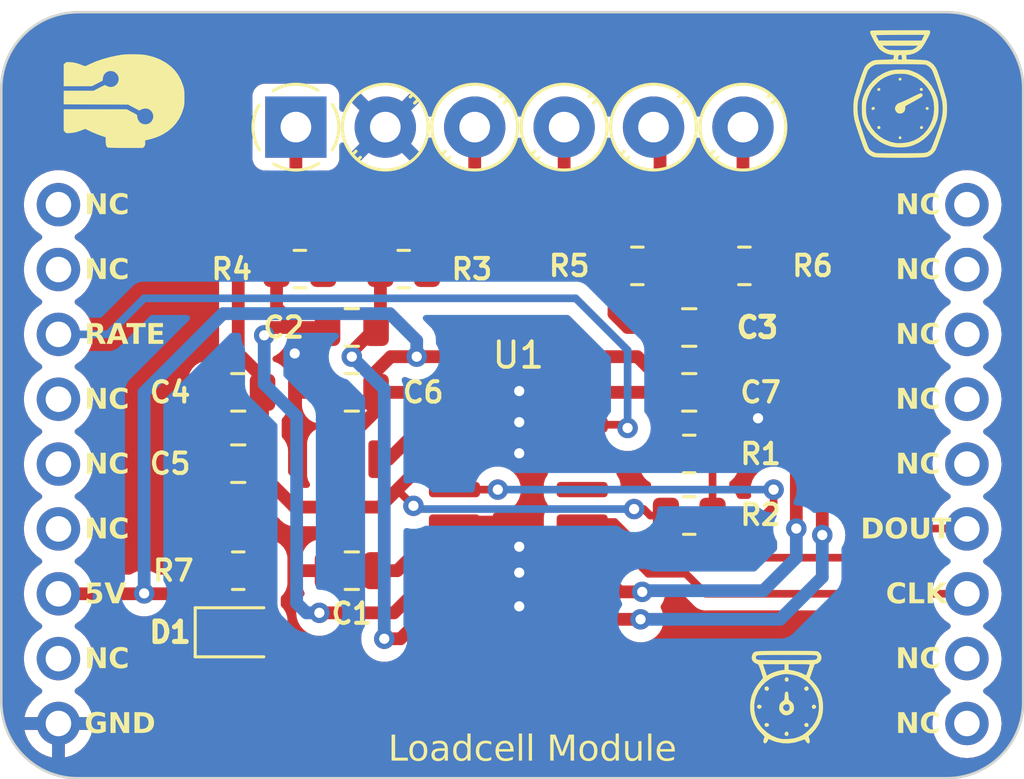
<source format=kicad_pcb>
(kicad_pcb (version 20221018) (generator pcbnew)
  (layers (0 "F.Cu" signal) (31 "B.Cu" signal) (34 "B.Paste" user) (35 "F.Paste" user) (36 "B.SilkS" user "B.Silkscreen") (37 "F.SilkS" user "F.Silkscreen") (38 "B.Mask" user) (39 "F.Mask" user) (44 "Edge.Cuts" user))
  (net 0 "")
  (net 1 "Net-(U1-VBG)")
  (net 2 "GND")
  (net 3 "INA-")
  (net 4 "INA+")
  (net 5 "INB+")
  (net 6 "INB-")
  (net 7 "EX+")
  (net 8 "+5V")
  (net 9 "Net-(J1-Pin_3)")
  (net 10 "Net-(J1-Pin_4)")
  (net 11 "Net-(J1-Pin_5)")
  (net 12 "Net-(J1-Pin_6)")
  (net 13 "Net-(Q1-B)")
  (net 14 "Net-(U1-VFB)")
  (net 15 "CLK")
  (net 16 "DOUT")
  (net 18 "RATE")
  (net 32 "Net-(D1-A)")
  (footprint "Resistor_SMD:R_0805_2012Metric" (layer "F.Cu") (at 139.192 95.631)
    (fp_text reference "R5" (at -2.667 0) (layer "F.SilkS") (effects (font (size 0.8 0.8) (thickness 0.16) bold)))
    (fp_text value "100r" hide)
    (pad "1" smd roundrect (at -0.9125 0) (size 1.025 1.4) (layers "F.Cu" "F.Paste" "F.Mask") (roundrect_rratio 0.243902) (net 5 "INB+"))
    (pad "2" smd roundrect (at 0.9125 0) (size 1.025 1.4) (layers "F.Cu" "F.Paste" "F.Mask") (roundrect_rratio 0.243902) (net 11 "Net-(J1-Pin_5)"))
  )
  (footprint "memin:loadcella2" (layer "F.Cu") (at 145.034 112.522)
    (fp_text reference "G***" hide)
    (fp_text value "LOGO" hide)
  )
  (footprint "Capacitor_SMD:C_0805_2012Metric" (layer "F.Cu") (at 141.224 98.044)
    (fp_text reference "C3" (at 2.667 0) (layer "F.SilkS") (effects (font (size 0.8 0.8) (thickness 0.2) bold)))
    (fp_text value "0.1uF" hide)
    (pad "1" smd roundrect (at -0.95 0) (size 1 1.45) (layers "F.Cu" "F.Paste" "F.Mask") (net 5 "INB+"))
    (pad "2" smd roundrect (at 0.95 0) (size 1 1.45) (layers "F.Cu" "F.Paste" "F.Mask") (net 6 "INB-"))
  )
  (footprint "Resistor_SMD:R_0805_2012Metric" (layer "F.Cu") (at 141.224 105.41)
    (fp_text reference "R2" (at 2.794 -0.029) (layer "F.SilkS") (effects (font (size 0.8 0.8) (thickness 0.16) bold)))
    (fp_text value "20k" hide)
    (pad "1" smd roundrect (at -0.9125 0) (size 1.025 1.4) (layers "F.Cu" "F.Paste" "F.Mask") (roundrect_rratio 0.243902) (net 7 "EX+"))
    (pad "2" smd roundrect (at 0.9125 0) (size 1.025 1.4) (layers "F.Cu" "F.Paste" "F.Mask") (roundrect_rratio 0.243902) (net 14 "Net-(U1-VFB)"))
  )
  (footprint "Capacitor_SMD:C_0805_2012Metric" (layer "F.Cu") (at 128.016 98.044)
    (fp_text reference "C2" (at -2.667 0) (layer "F.SilkS") (effects (font (size 0.8 0.8) (thickness 0.16) bold)))
    (fp_text value "0.1uF" hide)
    (pad "1" smd roundrect (at -0.95 0) (size 1 1.45) (layers "F.Cu" "F.Paste" "F.Mask") (net 3 "INA-"))
    (pad "2" smd roundrect (at 0.95 0) (size 1 1.45) (layers "F.Cu" "F.Paste" "F.Mask") (net 4 "INA+"))
  )
  (footprint "Capacitor_SMD:C_0805_2012Metric" (layer "F.Cu") (at 128.016 100.584 180)
    (fp_text reference "C6" (at -2.794 0) (layer "F.SilkS") (effects (font (size 0.8 0.8) (thickness 0.16) bold)))
    (fp_text value "10uF" hide)
    (pad "1" smd roundrect (at -0.95 0 180) (size 1 1.45) (layers "F.Cu" "F.Paste" "F.Mask") (net 8 "+5V"))
    (pad "2" smd roundrect (at 0.95 0 180) (size 1 1.45) (layers "F.Cu" "F.Paste" "F.Mask") (net 2 "GND"))
  )
  (footprint "Resistor_SMD:R_0805_2012Metric" (layer "F.Cu") (at 143.383 95.631)
    (fp_text reference "R6" (at 2.667 0) (layer "F.SilkS") (effects (font (size 0.8 0.8) (thickness 0.16) bold)))
    (fp_text value "100r" hide)
    (pad "1" smd roundrect (at -0.9125 0) (size 1.025 1.4) (layers "F.Cu" "F.Paste" "F.Mask") (roundrect_rratio 0.243902) (net 6 "INB-"))
    (pad "2" smd roundrect (at 0.9125 0) (size 1.025 1.4) (layers "F.Cu" "F.Paste" "F.Mask") (roundrect_rratio 0.243902) (net 12 "Net-(J1-Pin_6)"))
  )
  (footprint "LED_SMD:LED_0805_2012Metric" (layer "F.Cu") (at 123.571 109.982)
    (fp_text reference "D1" (at -2.667 0) (layer "F.SilkS") (effects (font (size 0.8 0.8) (thickness 0.2) bold)))
    (fp_text value "LED" hide)
    (pad "1" smd roundrect (at -0.9375 0) (size 0.975 1.4) (layers "F.Cu" "F.Paste" "F.Mask") (net 2 "GND"))
    (pad "2" smd roundrect (at 0.9375 0) (size 0.975 1.4) (layers "F.Cu" "F.Paste" "F.Mask") (net 32 "Net-(D1-A)"))
  )
  (footprint "Package_SO:SOP-16_3.9x9.9mm_P1.27mm" (layer "F.Cu") (at 134.533 105.029)
    (fp_text reference "U1" (at 0 -5.9) (layer "F.SilkS"))
    (fp_text value "HX711" hide)
    (pad "1" smd roundrect (at -2.5 -4.445) (size 2 0.6) (layers "F.Cu" "F.Paste" "F.Mask") (net 8 "+5V"))
    (pad "2" smd roundrect (at -2.5 -3.175) (size 2 0.6) (layers "F.Cu" "F.Paste" "F.Mask") (net 13 "Net-(Q1-B)"))
    (pad "3" smd roundrect (at -2.5 -1.905) (size 2 0.6) (layers "F.Cu" "F.Paste" "F.Mask") (net 7 "EX+"))
    (pad "4" smd roundrect (at -2.5 -0.635) (size 2 0.6) (layers "F.Cu" "F.Paste" "F.Mask") (net 14 "Net-(U1-VFB)"))
    (pad "5" smd roundrect (at -2.5 0.635) (size 2 0.6) (layers "F.Cu" "F.Paste" "F.Mask") (net 2 "GND"))
    (pad "6" smd roundrect (at -2.5 1.905) (size 2 0.6) (layers "F.Cu" "F.Paste" "F.Mask") (net 1 "Net-(U1-VBG)"))
    (pad "7" smd roundrect (at -2.5 3.175) (size 2 0.6) (layers "F.Cu" "F.Paste" "F.Mask") (net 3 "INA-"))
    (pad "8" smd roundrect (at -2.5 4.445) (size 2 0.6) (layers "F.Cu" "F.Paste" "F.Mask") (net 4 "INA+"))
    (pad "9" smd roundrect (at 2.5 4.445) (size 2 0.6) (layers "F.Cu" "F.Paste" "F.Mask") (net 6 "INB-"))
    (pad "10" smd roundrect (at 2.5 3.175) (size 2 0.6) (layers "F.Cu" "F.Paste" "F.Mask") (net 5 "INB+"))
    (pad "11" smd roundrect (at 2.5 1.905) (size 2 0.6) (layers "F.Cu" "F.Paste" "F.Mask") (net 15 "CLK"))
    (pad "12" smd roundrect (at 2.5 0.635) (size 2 0.6) (layers "F.Cu" "F.Paste" "F.Mask") (net 16 "DOUT"))
    (pad "13" smd roundrect (at 2.5 -0.635) (size 2 0.6) (layers "F.Cu" "F.Paste" "F.Mask"))
    (pad "14" smd roundrect (at 2.5 -1.905) (size 2 0.6) (layers "F.Cu" "F.Paste" "F.Mask") (net 2 "GND"))
    (pad "15" smd roundrect (at 2.5 -3.175) (size 2 0.6) (layers "F.Cu" "F.Paste" "F.Mask") (net 18 "RATE"))
    (pad "16" smd roundrect (at 2.5 -4.445) (size 2 0.6) (layers "F.Cu" "F.Paste" "F.Mask") (net 8 "+5V"))
  )
  (footprint "TerminalBlock_Phoenix:TerminalBlock_Phoenix_PT-1,5-6-3.5-H_1x06_P3.50mm_Horizontal" (layer "F.Cu") (at 125.827 90.1954)
    (fp_text reference "J1" hide)
    (fp_text value "Screw_Terminal_01x06" hide)
    (pad "1" thru_hole rect (at 0 0) (size 2.4 2.4) (drill 1.2) (layers "*.Cu" "*.Mask") (net 7 "EX+"))
    (pad "2" thru_hole circle (at 3.5 0) (size 2.4 2.4) (drill 1.2) (layers "*.Cu" "*.Mask") (net 2 "GND"))
    (pad "3" thru_hole circle (at 7 0) (size 2.4 2.4) (drill 1.2) (layers "*.Cu" "*.Mask") (net 9 "Net-(J1-Pin_3)"))
    (pad "4" thru_hole circle (at 10.5 0) (size 2.4 2.4) (drill 1.2) (layers "*.Cu" "*.Mask") (net 10 "Net-(J1-Pin_4)"))
    (pad "5" thru_hole circle (at 14 0) (size 2.4 2.4) (drill 1.2) (layers "*.Cu" "*.Mask") (net 11 "Net-(J1-Pin_5)"))
    (pad "6" thru_hole circle (at 17.5 0) (size 2.4 2.4) (drill 1.2) (layers "*.Cu" "*.Mask") (net 12 "Net-(J1-Pin_6)"))
  )
  (footprint "Resistor_SMD:R_0805_2012Metric" (layer "F.Cu") (at 125.984 95.758)
    (fp_text reference "R4" (at -2.667 0) (layer "F.SilkS") (effects (font (size 0.8 0.8) (thickness 0.16) bold)))
    (fp_text value "100r" hide)
    (pad "1" smd roundrect (at -0.9125 0) (size 1.025 1.4) (layers "F.Cu" "F.Paste" "F.Mask") (roundrect_rratio 0.243902) (net 3 "INA-"))
    (pad "2" smd roundrect (at 0.9125 0) (size 1.025 1.4) (layers "F.Cu" "F.Paste" "F.Mask") (roundrect_rratio 0.243902) (net 9 "Net-(J1-Pin_3)"))
  )
  (footprint "Resistor_SMD:R_0805_2012Metric" (layer "F.Cu") (at 141.224 102.997)
    (fp_text reference "R1" (at 2.794 0) (layer "F.SilkS") (effects (font (size 0.8 0.8) (thickness 0.16) bold)))
    (fp_text value "8.2k" hide)
    (pad "1" smd roundrect (at -0.9125 0) (size 1.025 1.4) (layers "F.Cu" "F.Paste" "F.Mask") (roundrect_rratio 0.243902) (net 2 "GND"))
    (pad "2" smd roundrect (at 0.9125 0) (size 1.025 1.4) (layers "F.Cu" "F.Paste" "F.Mask") (roundrect_rratio 0.243902) (net 14 "Net-(U1-VFB)"))
  )
  (footprint "Moduler_:pin_header" (layer "F.Cu") (at 134.058877 103.90152)
    (fp_text reference "U2" hide)
    (fp_text value "~" hide)
    (fp_text user "NC" (at 15.24 7.62 unlocked) (layer "F.SilkS") (effects (font (size 0.8 0.8) (thickness 0.2) bold) (justify left bottom)))
    (fp_text user "DOUT" (at 13.8684 2.54 unlocked) (layer "F.SilkS") (effects (font (size 0.8 0.8) (thickness 0.2) bold) (justify left bottom)))
    (fp_text user "NC" (at -16.51 -10.16 unlocked) (layer "F.SilkS") (effects (font (size 0.8 0.8) (thickness 0.2) bold) (justify left bottom)))
    (fp_text user "NC" (at -16.51 -7.62 unlocked) (layer "F.SilkS") (effects (font (size 0.8 0.8) (thickness 0.2) bold) (justify left bottom)))
    (fp_text user "NC" (at 15.24 -7.62 unlocked) (layer "F.SilkS") (effects (font (size 0.8 0.8) (thickness 0.2) bold) (justify left bottom)))
    (fp_text user "NC" (at -16.51 7.62 unlocked) (layer "F.SilkS") (effects (font (size 0.8 0.8) (thickness 0.2) bold) (justify left bottom)))
    (fp_text user "NC" (at 15.24 -10.16 unlocked) (layer "F.SilkS") (effects (font (size 0.8 0.8) (thickness 0.2) bold) (justify left bottom)))
    (fp_text user "NC" (at 15.24 0 unlocked) (layer "F.SilkS") (effects (font (size 0.8 0.8) (thickness 0.2) bold) (justify left bottom)))
    (fp_text user "NC" (at 15.24 -2.54 unlocked) (layer "F.SilkS") (effects (font (size 0.8 0.8) (thickness 0.2) bold) (justify left bottom)))
    (fp_text user "RATE" (at -16.51 -5.08 unlocked) (layer "F.SilkS") (effects (font (size 0.8 0.8) (thickness 0.2) bold) (justify left bottom)))
    (fp_text user "NC" (at -16.51 -2.54 unlocked) (layer "F.SilkS") (effects (font (size 0.8 0.8) (thickness 0.2) bold) (justify left bottom)))
    (fp_text user "5V" (at -16.51 5.08 unlocked) (layer "F.SilkS") (effects (font (size 0.8 0.8) (thickness 0.2) bold) (justify left bottom)))
    (fp_text user "NC" (at -16.51 2.54 unlocked) (layer "F.SilkS") (effects (font (size 0.8 0.8) (thickness 0.2) bold) (justify left bottom)))
    (fp_text user "CLK" (at 14.859 5.08 unlocked) (layer "F.SilkS") (effects (font (size 0.8 0.8) (thickness 0.2) bold) (justify left bottom)))
    (fp_text user "GND" (at -16.51 10.16 unlocked) (layer "F.SilkS") (effects (font (size 0.8 0.8) (thickness 0.2) bold) (justify left bottom)))
    (fp_text user "Loadcell Module" (at -4.6228 11.2776 unlocked) (layer "F.SilkS") (effects (font (thickness 0.1)) (justify left bottom)))
    (fp_text user "NC" (at 15.24 10.16 unlocked) (layer "F.SilkS") (effects (font (size 0.8 0.8) (thickness 0.2) bold) (justify left bottom)))
    (fp_text user "NC" (at 15.24 -5.08 unlocked) (layer "F.SilkS") (effects (font (size 0.8 0.8) (thickness 0.2) bold) (justify left bottom)))
    (fp_text user "NC" (at -16.51 0 unlocked) (layer "F.SilkS") (effects (font (size 0.8 0.8) (thickness 0.2) bold) (justify left bottom)))
    (fp_poly (pts (xy -19.759475 -15.361112) (xy -19.747896 -15.5134) (xy -19.728827 -15.663474) (xy -19.702457 -15.811146) (xy -19.668975 -15.956226) (xy -19.628568 -16.098527) (xy -19.581426 -16.23786) (xy -19.527736 -16.374037) (xy -19.467687 -16.506869) (xy -19.401468 -16.636168) (xy -19.329267 -16.761745) (xy -19.251272 -16.883413) (xy -19.167671 -17.000982) (xy -19.078654 -17.114264) (xy -18.984408 -17.223072) (xy -18.885122 -17.327215) (xy -18.780984 -17.426507) (xy -18.672182 -17.520758) (xy -18.558906 -17.609781) (xy -18.441343 -17.693386) (xy -18.319683 -17.771386) (xy -18.194112 -17.843591) (xy -18.06482 -17.909814) (xy -17.931995 -17.969866) (xy -17.795826 -18.023559) (xy -17.6565 -18.070704) (xy -17.514207 -18.111113) (xy -17.369134 -18.144597) (xy -17.221471 -18.170968) (xy -17.071405 -18.190038) (xy -16.919125 -18.201619) (xy -16.764819 -18.20552) (xy 17.238832 -18.20552) (xy 17.393137 -18.201619) (xy 17.545417 -18.190038) (xy 17.695483 -18.170968) (xy 17.843146 -18.144597) (xy 17.988219 -18.111113) (xy 18.130512 -18.070704) (xy 18.269837 -18.023559) (xy 18.406006 -17.969866) (xy 18.538831 -17.909814) (xy 18.668123 -17.843591) (xy 18.793694 -17.771386) (xy 18.915355 -17.693386) (xy 19.032917 -17.609781) (xy 19.146194 -17.520758) (xy 19.254995 -17.426507) (xy 19.359133 -17.327215) (xy 19.458419 -17.223072) (xy 19.552665 -17.114264) (xy 19.641683 -17.000982) (xy 19.725284 -16.883413) (xy 19.803279 -16.761745) (xy 19.87548 -16.636168) (xy 19.9417 -16.506869) (xy 20.001748 -16.374037) (xy 20.055438 -16.23786) (xy 20.102581 -16.098527) (xy 20.142987 -15.956226) (xy 20.17647 -15.811146) (xy 20.20284 -15.663474) (xy 20.221909 -15.5134) (xy 20.233488 -15.361112) (xy 20.23739 -15.206798) (xy 20.23739 8.797094) (xy 20.233488 8.951408) (xy 20.221909 9.103696) (xy 20.20284 9.25377) (xy 20.17647 9.401441) (xy 20.142987 9.546522) (xy 20.102581 9.688822) (xy 20.055438 9.828155) (xy 20.001748 9.964332) (xy 19.9417 10.097164) (xy 19.87548 10.226463) (xy 19.803279 10.352041) (xy 19.725284 10.473708) (xy 19.641683 10.591278) (xy 19.552665 10.70456) (xy 19.458419 10.813367) (xy 19.359133 10.917511) (xy 19.254995 11.016803) (xy 19.146194 11.111054) (xy 19.032917 11.200077) (xy 18.915355 11.283682) (xy 18.793694 11.361681) (xy 18.668123 11.433887) (xy 18.538831 11.50011) (xy 18.406006 11.560162) (xy 18.269837 11.613855) (xy 18.130512 11.661) (xy 17.988219 11.701409) (xy 17.843146 11.734893) (xy 17.695483 11.761265) (xy 17.545417 11.780334) (xy 17.393137 11.791915) (xy 17.238832 11.795817) (xy -16.764819 11.795817) (xy -16.919125 11.791915) (xy -17.071405 11.780334) (xy -17.221471 11.761265) (xy -17.369134 11.734893) (xy -17.514207 11.701409) (xy -17.6565 11.661) (xy -17.795826 11.613855) (xy -17.931995 11.560162) (xy -18.06482 11.50011) (xy -18.194112 11.433887) (xy -18.319683 11.361681) (xy -18.441343 11.283682) (xy -18.558906 11.200077) (xy -18.672182 11.111054) (xy -18.780984 11.016803) (xy -18.885122 10.917511) (xy -18.984408 10.813367) (xy -19.078654 10.70456) (xy -19.167671 10.591278) (xy -19.251272 10.473708) (xy -19.329267 10.352041) (xy -19.401468 10.226463) (xy -19.467687 10.097164) (xy -19.527736 9.964332) (xy -19.581426 9.828155) (xy -19.628568 9.688822) (xy -19.668975 9.546522) (xy -19.702457 9.401441) (xy -19.728827 9.25377) (xy -19.747896 9.103696) (xy -19.759475 8.951408) (xy -19.763377 8.797094) (xy -19.763377 -15.206798)) (stroke (width 0.1)) (fill none) (layer "Edge.Cuts"))
    (pad "1" thru_hole oval (at -17.526 -10.668) (size 1.7 1.7) (drill 1) (layers "*.Cu" "*.Mask"))
    (pad "2" thru_hole oval (at -17.526 -8.128) (size 1.7 1.7) (drill 1) (layers "*.Cu" "*.Mask"))
    (pad "3" thru_hole oval (at -17.526 -5.588) (size 1.7 1.7) (drill 1) (layers "*.Cu" "*.Mask") (net 18 "RATE"))
    (pad "4" thru_hole oval (at -17.526 -3.048) (size 1.7 1.7) (drill 1) (layers "*.Cu" "*.Mask"))
    (pad "5" thru_hole oval (at -17.526 -0.508) (size 1.7 1.7) (drill 1) (layers "*.Cu" "*.Mask"))
    (pad "6" thru_hole oval (at -17.526 2.032) (size 1.7 1.7) (drill 1) (layers "*.Cu" "*.Mask"))
    (pad "7" thru_hole oval (at -17.526 4.572) (size 1.7 1.7) (drill 1) (layers "*.Cu" "*.Mask") (net 8 "+5V"))
    (pad "8" thru_hole oval (at -17.526 7.112) (size 1.7 1.7) (drill 1) (layers "*.Cu" "*.Mask"))
    (pad "9" thru_hole oval (at -17.526 9.652) (size 1.7 1.7) (drill 1) (layers "*.Cu" "*.Mask") (net 2 "GND"))
    (pad "10" thru_hole oval (at 18.034 9.652) (size 1.7 1.7) (drill 1) (layers "*.Cu" "*.Mask"))
    (pad "11" thru_hole oval (at 18.034 7.112) (size 1.7 1.7) (drill 1) (layers "*.Cu" "*.Mask"))
    (pad "12" thru_hole oval (at 18.034 4.572) (size 1.7 1.7) (drill 1) (layers "*.Cu" "*.Mask") (net 15 "CLK"))
    (pad "13" thru_hole oval (at 18.034 2.032) (size 1.7 1.7) (drill 1) (layers "*.Cu" "*.Mask") (net 16 "DOUT"))
    (pad "14" thru_hole oval (at 18.034 -0.508) (size 1.7 1.7) (drill 1) (layers "*.Cu" "*.Mask"))
    (pad "15" thru_hole oval (at 18.034 -3.048) (size 1.7 1.7) (drill 1) (layers "*.Cu" "*.Mask"))
    (pad "16" thru_hole oval (at 18.034 -5.588) (size 1.7 1.7) (drill 1) (layers "*.Cu" "*.Mask"))
    (pad "17" thru_hole oval (at 18.034 -8.128) (size 1.7 1.7) (drill 1) (layers "*.Cu" "*.Mask"))
    (pad "18" thru_hole oval (at 18.034 -10.668) (size 1.7 1.7) (drill 1) (layers "*.Cu" "*.Mask"))
  )
  (footprint "Capacitor_SMD:C_0805_2012Metric" (layer "F.Cu") (at 128.016 107.569 180)
    (fp_text reference "C1" (at 0 -1.68) (layer "F.SilkS") (effects (font (size 0.8 0.8) (thickness 0.16) bold)))
    (fp_text value "C" hide)
    (pad "1" smd roundrect (at -0.95 0 180) (size 1 1.45) (layers "F.Cu" "F.Paste" "F.Mask") (net 1 "Net-(U1-VBG)"))
    (pad "2" smd roundrect (at 0.95 0 180) (size 1 1.45) (layers "F.Cu" "F.Paste" "F.Mask") (net 2 "GND"))
  )
  (footprint "Resistor_SMD:R_0805_2012Metric" (layer "F.Cu") (at 123.571 107.569)
    (fp_text reference "R7" (at -2.54 0) (layer "F.SilkS") (effects (font (size 0.8 0.8) (thickness 0.16) bold)))
    (fp_text value "1k" hide)
    (pad "1" smd roundrect (at -0.9125 0) (size 1.025 1.4) (layers "F.Cu" "F.Paste" "F.Mask") (roundrect_rratio 0.243902) (net 8 "+5V"))
    (pad "2" smd roundrect (at 0.9125 0) (size 1.025 1.4) (layers "F.Cu" "F.Paste" "F.Mask") (roundrect_rratio 0.243902) (net 32 "Net-(D1-A)"))
  )
  (footprint "Resistor_SMD:R_0805_2012Metric" (layer "F.Cu") (at 130.048 95.758)
    (fp_text reference "R3" (at 2.667 0) (layer "F.SilkS") (effects (font (size 0.8 0.8) (thickness 0.16) bold)))
    (fp_text value "100r" hide)
    (pad "1" smd roundrect (at -0.9125 0) (size 1.025 1.4) (layers "F.Cu" "F.Paste" "F.Mask") (roundrect_rratio 0.243902) (net 4 "INA+"))
    (pad "2" smd roundrect (at 0.9125 0) (size 1.025 1.4) (layers "F.Cu" "F.Paste" "F.Mask") (roundrect_rratio 0.243902) (net 10 "Net-(J1-Pin_4)"))
  )
  (footprint "Package_TO_SOT_SMD:SOT-23" (layer "F.Cu") (at 128.016 104.14 -90)
    (fp_text reference "Q1" hide)
    (fp_text value "MMBT3906" hide)
    (pad "1" smd roundrect (at -0.9375 -0.95 270) (size 1.475 0.6) (layers "F.Cu" "F.Paste" "F.Mask") (net 13 "Net-(Q1-B)"))
    (pad "2" smd roundrect (at -0.9375 0.95 270) (size 1.475 0.6) (layers "F.Cu" "F.Paste" "F.Mask") (net 8 "+5V"))
    (pad "3" smd roundrect (at 0.9375 0 270) (size 1.475 0.6) (layers "F.Cu" "F.Paste" "F.Mask") (net 7 "EX+"))
  )
  (footprint "Capacitor_SMD:C_0805_2012Metric" (layer "F.Cu") (at 123.571 103.378 180)
    (fp_text reference "C5" (at 2.667 0) (layer "F.SilkS") (effects (font (size 0.8 0.8) (thickness 0.16) bold)))
    (fp_text value "0.1uF" hide)
    (pad "1" smd roundrect (at -0.95 0 180) (size 1 1.45) (layers "F.Cu" "F.Paste" "F.Mask") (net 7 "EX+"))
    (pad "2" smd roundrect (at 0.95 0 180) (size 1 1.45) (layers "F.Cu" "F.Paste" "F.Mask") (net 2 "GND"))
  )
  (footprint "memin:loadcella" (layer "F.Cu") (at 149.479 88.9)
    (fp_text reference "G***" hide)
    (fp_text value "LOGO" hide)
  )
  (footprint "Capacitor_SMD:C_0805_2012Metric" (layer "F.Cu") (at 141.224 100.584)
    (fp_text reference "C7" (at 2.794 0) (layer "F.SilkS") (effects (font (size 0.8 0.8) (thickness 0.16) bold)))
    (fp_text value "10uF" hide)
    (pad "1" smd roundrect (at -0.95 0) (size 1 1.45) (layers "F.Cu" "F.Paste" "F.Mask") (net 8 "+5V"))
    (pad "2" smd roundrect (at 0.95 0) (size 1 1.45) (layers "F.Cu" "F.Paste" "F.Mask") (net 2 "GND"))
  )
  (footprint "Capacitor_SMD:C_0805_2012Metric" (layer "F.Cu") (at 123.571 100.584 180)
    (fp_text reference "C4" (at 2.667 0) (layer "F.SilkS") (effects (font (size 0.8 0.8) (thickness 0.16) bold)))
    (fp_text value "10uF" hide)
    (pad "1" smd roundrect (at -0.95 0 180) (size 1 1.45) (layers "F.Cu" "F.Paste" "F.Mask") (net 7 "EX+"))
    (pad "2" smd roundrect (at 0.95 0 180) (size 1 1.45) (layers "F.Cu" "F.Paste" "F.Mask") (net 2 "GND"))
  )
  (segment (start 128.966 107.569) (end 129.794 107.569) (width 0.5) (layer "F.Cu") (net 1))
  (segment (start 129.794 107.569) (end 130.429 106.934) (width 0.5) (layer "F.Cu") (net 1))
  (segment (start 130.429 106.934) (end 132.033 106.934) (width 0.5) (layer "F.Cu") (net 1))
  (via (at 134.5692 106.6292) (size 0.8) (drill 0.4) (layers "F.Cu" "B.Cu") (net 2))
  (via (at 134.5692 102.9716) (size 0.8) (drill 0.4) (layers "F.Cu" "B.Cu") (net 2))
  (via (at 134.5692 107.6452) (size 0.8) (drill 0.4) (layers "F.Cu" "B.Cu") (net 2))
  (via (at 125.7808 99.06) (size 0.8) (drill 0.4) (layers "F.Cu" "B.Cu") (net 2))
  (via (at 134.5692 108.966) (size 0.8) (drill 0.4) (layers "F.Cu" "B.Cu") (net 2))
  (via (at 143.9164 101.6) (size 0.8) (drill 0.4) (layers "F.Cu" "B.Cu") (net 2))
  (via (at 134.5692 100.5332) (size 0.8) (drill 0.4) (layers "F.Cu" "B.Cu") (net 2))
  (via (at 134.5692 101.7524) (size 0.8) (drill 0.4) (layers "F.Cu" "B.Cu") (net 2))
  (segment (start 129.667 109.22) (end 130.683 108.204) (width 0.5) (layer "F.Cu") (net 3))
  (segment (start 124.587 98.3505) (end 124.8935 98.044) (width 0.5) (layer "F.Cu") (net 3))
  (segment (start 125.857 98.044) (end 127.066 98.044) (width 0.5) (layer "F.Cu") (net 3))
  (segment (start 124.8935 98.044) (end 125.857 98.044) (width 0.5) (layer "F.Cu") (net 3))
  (segment (start 125.0715 97.2585) (end 125.857 98.044) (width 0.5) (layer "F.Cu") (net 3))
  (segment (start 130.683 108.204) (end 132.033 108.204) (width 0.5) (layer "F.Cu") (net 3))
  (segment (start 125.0715 95.758) (end 125.0715 97.2585) (width 0.5) (layer "F.Cu") (net 3))
  (segment (start 126.746 109.22) (end 129.667 109.22) (width 0.5) (layer "F.Cu") (net 3))
  (via (at 124.587 98.3505) (size 0.8) (drill 0.4) (layers "F.Cu" "B.Cu") (net 3))
  (via (at 126.746 109.22) (size 0.8) (drill 0.4) (layers "F.Cu" "B.Cu") (net 3))
  (segment (start 126.746 109.22) (end 126.238 109.22) (width 0.5) (layer "B.Cu") (net 3))
  (segment (start 125.857 101.5238) (end 124.587 100.2538) (width 0.5) (layer "B.Cu") (net 3))
  (segment (start 126.238 109.22) (end 125.857 108.839) (width 0.5) (layer "B.Cu") (net 3))
  (segment (start 124.587 100.2538) (end 124.587 98.3505) (width 0.5) (layer "B.Cu") (net 3))
  (segment (start 125.857 108.839) (end 125.857 101.5238) (width 0.5) (layer "B.Cu") (net 3))
  (segment (start 129.1355 95.758) (end 129.1355 97.8745) (width 0.5) (layer "F.Cu") (net 4))
  (segment (start 128.016 98.994) (end 128.966 98.044) (width 0.5) (layer "F.Cu") (net 4))
  (segment (start 129.921 110.236) (end 130.683 109.474) (width 0.5) (layer "F.Cu") (net 4))
  (segment (start 128.016 99.187) (end 128.016 98.994) (width 0.5) (layer "F.Cu") (net 4))
  (segment (start 129.286 110.236) (end 129.921 110.236) (width 0.5) (layer "F.Cu") (net 4))
  (segment (start 130.683 109.474) (end 132.033 109.474) (width 0.5) (layer "F.Cu") (net 4))
  (segment (start 129.1355 97.8745) (end 128.966 98.044) (width 0.5) (layer "F.Cu") (net 4))
  (via (at 129.286 110.236) (size 0.8) (drill 0.4) (layers "F.Cu" "B.Cu") (net 4))
  (via (at 128.016 99.187) (size 0.8) (drill 0.4) (layers "F.Cu" "B.Cu") (net 4))
  (segment (start 129.286 100.457) (end 128.016 99.187) (width 0.5) (layer "B.Cu") (net 4))
  (segment (start 129.286 110.236) (end 129.286 100.457) (width 0.5) (layer "B.Cu") (net 4))
  (segment (start 139.383793 108.398834) (end 138.497834 108.398834) (width 0.5) (layer "F.Cu") (net 5))
  (segment (start 138.303 108.204) (end 137.033 108.204) (width 0.5) (layer "F.Cu") (net 5))
  (segment (start 138.2795 97.5125) (end 138.811 98.044) (width 0.5) (layer "F.Cu") (net 5))
  (segment (start 138.497834 108.398834) (end 138.303 108.204) (width 0.5) (layer "F.Cu") (net 5))
  (segment (start 141.544 99.314) (end 144.145 99.314) (width 0.5) (layer "F.Cu") (net 5))
  (segment (start 144.145 99.314) (end 145.415 100.584) (width 0.5) (layer "F.Cu") (net 5))
  (segment (start 138.811 98.044) (end 140.274 98.044) (width 0.5) (layer "F.Cu") (net 5))
  (segment (start 140.274 98.044) (end 141.544 99.314) (width 0.5) (layer "F.Cu") (net 5))
  (segment (start 138.2795 95.631) (end 138.2795 97.5125) (width 0.5) (layer "F.Cu") (net 5))
  (segment (start 145.415 100.584) (end 145.415 105.918) (width 0.5) (layer "F.Cu") (net 5))
  (via (at 145.415 105.918) (size 0.8) (drill 0.4) (layers "F.Cu" "B.Cu") (net 5))
  (via (at 139.383793 108.398834) (size 0.8) (drill 0.4) (layers "F.Cu" "B.Cu") (net 5))
  (segment (start 139.42965 108.352977) (end 144.123023 108.352977) (width 0.5) (layer "B.Cu") (net 5))
  (segment (start 144.123023 108.352977) (end 145.415 107.061) (width 0.5) (layer "B.Cu") (net 5))
  (segment (start 139.383793 108.398834) (end 139.42965 108.352977) (width 0.5) (layer "B.Cu") (net 5))
  (segment (start 145.415 107.061) (end 145.415 105.918) (width 0.5) (layer "B.Cu") (net 5))
  (segment (start 142.174 98.044) (end 142.174 97.0705) (width 0.5) (layer "F.Cu") (net 6))
  (segment (start 146.431 99.949) (end 146.431 106.172) (width 0.5) (layer "F.Cu") (net 6))
  (segment (start 142.4705 96.774) (end 142.4705 95.631) (width 0.5) (layer "F.Cu") (net 6))
  (segment (start 139.319 109.474) (end 137.033 109.474) (width 0.5) (layer "F.Cu") (net 6))
  (segment (start 142.174 97.0705) (end 142.4705 96.774) (width 0.5) (layer "F.Cu") (net 6))
  (segment (start 142.174 98.044) (end 144.526 98.044) (width 0.5) (layer "F.Cu") (net 6))
  (segment (start 144.526 98.044) (end 146.431 99.949) (width 0.5) (layer "F.Cu") (net 6))
  (via (at 139.319 109.474) (size 0.8) (drill 0.4) (layers "F.Cu" "B.Cu") (net 6))
  (via (at 146.431 106.172) (size 0.8) (drill 0.4) (layers "F.Cu" "B.Cu") (net 6))
  (segment (start 146.431 107.823) (end 146.431 106.172) (width 0.5) (layer "B.Cu") (net 6))
  (segment (start 144.78 109.474) (end 146.431 107.823) (width 0.5) (layer "B.Cu") (net 6))
  (segment (start 139.319 109.474) (end 144.78 109.474) (width 0.5) (layer "B.Cu") (net 6))
  (segment (start 123.571 99.06) (end 124.521 100.01) (width 0.5) (layer "F.Cu") (net 7))
  (segment (start 131.064 103.124) (end 132.033 103.124) (width 0.5) (layer "F.Cu") (net 7))
  (segment (start 125.827 92.232) (end 123.571 94.488) (width 0.5) (layer "F.Cu") (net 7))
  (segment (start 125.7785 105.0775) (end 128.016 105.0775) (width 0.5) (layer "F.Cu") (net 7))
  (segment (start 130.175 104.013) (end 131.064 103.124) (width 0.5) (layer "F.Cu") (net 7))
  (segment (start 123.571 94.488) (end 123.571 99.06) (width 0.5) (layer "F.Cu") (net 7))
  (segment (start 129.1105 105.0775) (end 130.175 104.013) (width 0.5) (layer "F.Cu") (net 7))
  (segment (start 128.016 105.0775) (end 129.1105 105.0775) (width 0.5) (layer "F.Cu") (net 7))
  (segment (start 129.921 104.267) (end 130.175 104.013) (width 0.3) (layer "F.Cu") (net 7))
  (segment (start 139.7 105.41) (end 139.446 105.156) (width 0.3) (layer "F.Cu") (net 7))
  (segment (start 130.429 105.029) (end 129.921 104.521) (width 0.3) (layer "F.Cu") (net 7))
  (segment (start 125.827 90.1954) (end 125.827 92.232) (width 0.5) (layer "F.Cu") (net 7))
  (segment (start 124.521 100.01) (end 124.521 103.82) (width 0.5) (layer "F.Cu") (net 7))
  (segment (start 139.446 105.156) (end 139.065 105.156) (width 0.3) (layer "F.Cu") (net 7))
  (segment (start 124.521 103.82) (end 125.7785 105.0775) (width 0.5) (layer "F.Cu") (net 7))
  (segment (start 140.3115 105.41) (end 139.7 105.41) (width 0.3) (layer "F.Cu") (net 7))
  (via (at 130.429 105.029) (size 0.8) (drill 0.4) (layers "F.Cu" "B.Cu") (net 7))
  (via (at 139.065 105.156) (size 0.8) (drill 0.4) (layers "F.Cu" "B.Cu") (net 7))
  (segment (start 139.065 105.156) (end 130.556 105.156) (width 0.3) (layer "B.Cu") (net 7))
  (segment (start 130.556 105.156) (end 130.429 105.029) (width 0.3) (layer "B.Cu") (net 7))
  (segment (start 122.047 107.569) (end 122.6585 107.569) (width 0.5) (layer "F.Cu") (net 8))
  (segment (start 128.966 100.584) (end 128.966 101.3025) (width 0.5) (layer "F.Cu") (net 8))
  (segment (start 129.54 99.187) (end 128.966 99.761) (width 0.5) (layer "F.Cu") (net 8))
  (segment (start 116.532877 108.47352) (end 118.76052 108.47352) (width 0.5) (layer "F.Cu") (net 8))
  (segment (start 140.274 100.269) (end 140.274 100.584) (width 0.5) (layer "F.Cu") (net 8))
  (segment (start 128.966 99.761) (end 128.966 100.584) (width 0.5) (layer "F.Cu") (net 8))
  (segment (start 128.966 101.3025) (end 127.066 103.2025) (width 0.5) (layer "F.Cu") (net 8))
  (segment (start 119.888 108.458) (end 119.87248 108.47352) (width 0.5) (layer "F.Cu") (net 8))
  (segment (start 130.556 99.187) (end 139.192 99.187) (width 0.5) (layer "F.Cu") (net 8))
  (segment (start 119.90352 108.47352) (end 121.14248 108.47352) (width 0.5) (layer "F.Cu") (net 8))
  (segment (start 139.192 99.187) (end 140.274 100.269) (width 0.5) (layer "F.Cu") (net 8))
  (segment (start 132.033 100.584) (end 128.966 100.584) (width 0.5) (layer "F.Cu") (net 8))
  (segment (start 121.14248 108.47352) (end 122.047 107.569) (width 0.5) (layer "F.Cu") (net 8))
  (segment (start 137.033 100.584) (end 140.274 100.584) (width 0.5) (layer "F.Cu") (net 8))
  (segment (start 130.556 99.187) (end 129.54 99.187) (width 0.5) (layer "F.Cu") (net 8))
  (segment (start 119.87248 108.47352) (end 118.76052 108.47352) (width 0.5) (layer "F.Cu") (net 8))
  (via (at 130.556 99.187) (size 0.8) (drill 0.4) (layers "F.Cu" "B.Cu") (net 8))
  (via (at 119.888 108.458) (size 0.8) (drill 0.4) (layers "F.Cu" "B.Cu") (net 8))
  (segment (start 119.888 100.584) (end 122.971 97.501) (width 0.5) (layer "B.Cu") (net 8))
  (segment (start 129.505 97.501) (end 130.556 98.552) (width 0.5) (layer "B.Cu") (net 8))
  (segment (start 130.556 98.552) (end 130.556 99.187) (width 0.5) (layer "B.Cu") (net 8))
  (segment (start 122.971 97.501) (end 129.505 97.501) (width 0.5) (layer "B.Cu") (net 8))
  (segment (start 119.888 108.458) (end 119.888 100.584) (width 0.5) (layer "B.Cu") (net 8))
  (segment (start 126.8965 95.758) (end 126.8965 94.3375) (width 0.5) (layer "F.Cu") (net 9))
  (segment (start 127.762 93.472) (end 131.445 93.472) (width 0.5) (layer "F.Cu") (net 9))
  (segment (start 126.8965 94.3375) (end 127.762 93.472) (width 0.5) (layer "F.Cu") (net 9))
  (segment (start 131.445 93.472) (end 132.827 92.09) (width 0.5) (layer "F.Cu") (net 9))
  (segment (start 132.827 92.09) (end 132.827 90.1954) (width 0.5) (layer "F.Cu") (net 9))
  (segment (start 130.9605 95.758) (end 134.747 95.758) (width 0.5) (layer "F.Cu") (net 10))
  (segment (start 136.327 94.178) (end 136.327 90.1954) (width 0.5) (layer "F.Cu") (net 10))
  (segment (start 134.747 95.758) (end 136.327 94.178) (width 0.5) (layer "F.Cu") (net 10))
  (segment (start 140.081 95.6075) (end 140.081 90.4494) (width 0.5) (layer "F.Cu") (net 11))
  (segment (start 140.081 90.4494) (end 139.827 90.1954) (width 0.5) (layer "F.Cu") (net 11))
  (segment (start 140.1045 95.631) (end 140.081 95.6075) (width 0.5) (layer "F.Cu") (net 11))
  (segment (start 144.2955 94.1305) (end 143.327 93.162) (width 0.5) (layer "F.Cu") (net 12))
  (segment (start 144.2955 95.631) (end 144.2955 94.1305) (width 0.5) (layer "F.Cu") (net 12))
  (segment (start 143.327 93.162) (end 143.327 90.1954) (width 0.5) (layer "F.Cu") (net 12))
  (segment (start 130.81 101.854) (end 132.033 101.854) (width 0.5) (layer "F.Cu") (net 13))
  (segment (start 128.966 103.2025) (end 129.4615 103.2025) (width 0.5) (layer "F.Cu") (net 13))
  (segment (start 129.4615 103.2025) (end 130.81 101.854) (width 0.5) (layer "F.Cu") (net 13))
  (segment (start 142.1365 103.124) (end 142.1365 105.41) (width 0.3) (layer "F.Cu") (net 14))
  (segment (start 133.731 104.394) (end 132.033 104.394) (width 0.3) (layer "F.Cu") (net 14))
  (segment (start 144.145 105.41) (end 144.526 105.029) (width 0.3) (layer "F.Cu") (net 14))
  (segment (start 144.526 105.029) (end 144.526 104.394) (width 0.3) (layer "F.Cu") (net 14))
  (segment (start 142.1365 105.41) (end 144.145 105.41) (width 0.3) (layer "F.Cu") (net 14))
  (via (at 144.526 104.394) (size 0.8) (drill 0.4) (layers "F.Cu" "B.Cu") (net 14))
  (via (at 133.731 104.394) (size 0.8) (drill 0.4) (layers "F.Cu" "B.Cu") (net 14))
  (segment (start 144.526 104.394) (end 133.731 104.394) (width 0.3) (layer "B.Cu") (net 14))
  (segment (start 137.033 106.934) (end 138.865894 106.934) (width 0.3) (layer "F.Cu") (net 15))
  (segment (start 139.619894 107.688) (end 141.089 107.688) (width 0.3) (layer "F.Cu") (net 15))
  (segment (start 141.87452 108.47352) (end 152.092877 108.47352) (width 0.3) (layer "F.Cu") (net 15))
  (segment (start 138.865894 106.934) (end 139.619894 107.688) (width 0.3) (layer "F.Cu") (net 15))
  (segment (start 141.089 107.688) (end 141.87452 108.47352) (width 0.3) (layer "F.Cu") (net 15))
  (segment (start 152.077357 105.918) (end 152.092877 105.93352) (width 0.3) (layer "F.Cu") (net 16))
  (segment (start 149.098 105.918) (end 152.077357 105.918) (width 0.3) (layer "F.Cu") (net 16))
  (segment (start 137.033 105.664) (end 138.303 105.664) (width 0.3) (layer "F.Cu") (net 16))
  (segment (start 139.7 107.061) (end 147.955 107.061) (width 0.3) (layer "F.Cu") (net 16))
  (segment (start 147.955 107.061) (end 149.098 105.918) (width 0.3) (layer "F.Cu") (net 16))
  (segment (start 138.303 105.664) (end 139.7 107.061) (width 0.3) (layer "F.Cu") (net 16))
  (segment (start 138.684 101.854) (end 138.811 101.981) (width 0.3) (layer "F.Cu") (net 18))
  (segment (start 137.033 101.854) (end 138.684 101.854) (width 0.3) (layer "F.Cu") (net 18))
  (via (at 138.811 101.981) (size 0.8) (drill 0.4) (layers "F.Cu" "B.Cu") (net 18))
  (segment (start 119.888 96.901) (end 118.47548 98.31352) (width 0.3) (layer "B.Cu") (net 18))
  (segment (start 138.811 98.933) (end 136.779 96.901) (width 0.3) (layer "B.Cu") (net 18))
  (segment (start 118.47548 98.31352) (end 116.532877 98.31352) (width 0.3) (layer "B.Cu") (net 18))
  (segment (start 136.779 96.901) (end 119.888 96.901) (width 0.3) (layer "B.Cu") (net 18))
  (segment (start 138.811 101.981) (end 138.811 98.933) (width 0.3) (layer "B.Cu") (net 18))
  (segment (start 124.4835 109.601) (end 124.5085 109.626) (width 0.5) (layer "F.Cu") (net 32))
  (segment (start 124.4835 107.569) (end 124.4835 109.957) (width 0.5) (layer "F.Cu") (net 32))
  (segment (start 124.4835 109.957) (end 124.5085 109.982) (width 0.5) (layer "F.Cu") (net 32))
  (zone (net 2) (net_name "GND") (layers "F&B.Cu") (connect_pads (clearance 0.5)) (min_thickness 0.25) (fill yes (thermal_gap 0.5) (thermal_bridge_width 0.5))
    (polygon (pts (xy 114.3 85.217) (xy 154.305 85.217) (xy 154.305 115.697) (xy 114.3 115.697)))
  )
)
</source>
